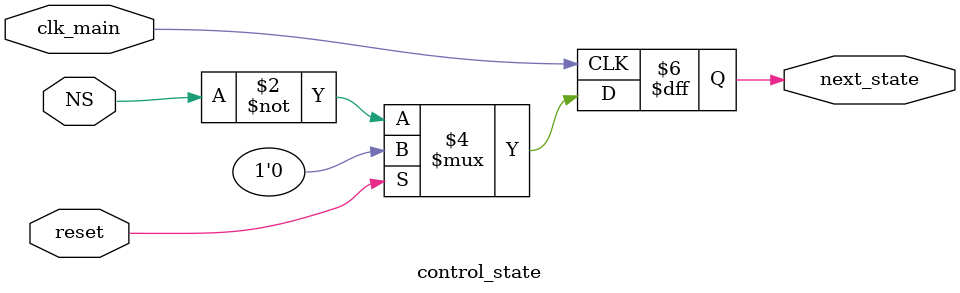
<source format=v>
`timescale 1ns / 1ps

module control_state(
	input clk_main,
	input reset,
	input NS,
	output reg next_state
	);
	 
always @(posedge clk_main) begin
	if (reset)
		next_state <= 1'b0;
	else
		next_state <= ~NS;
end
endmodule
</source>
